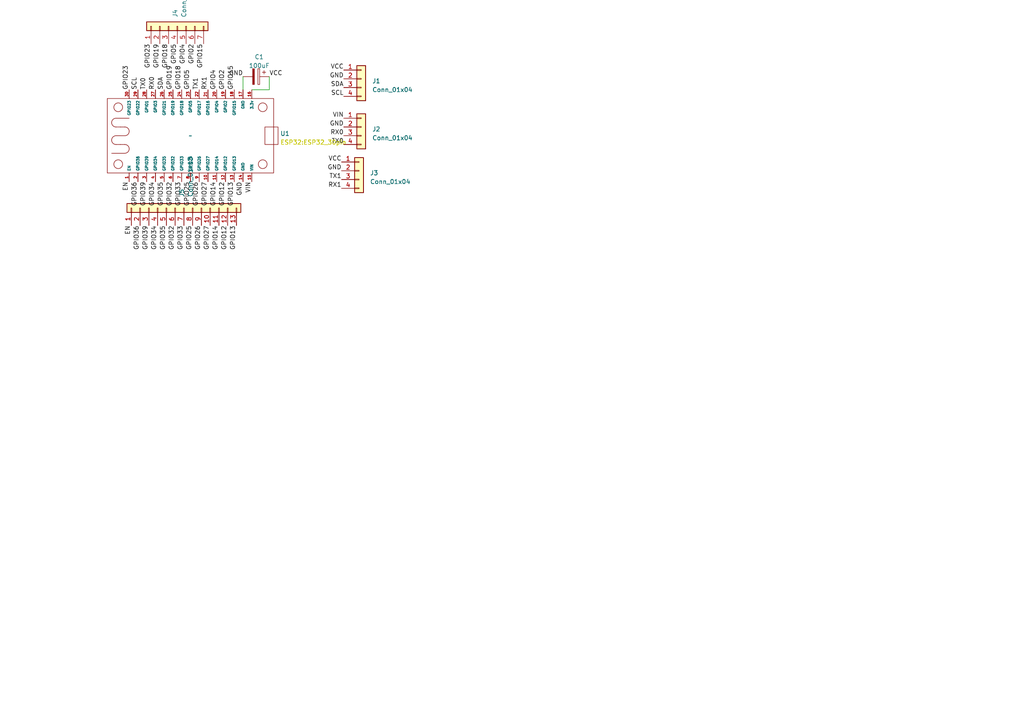
<source format=kicad_sch>
(kicad_sch (version 20230121) (generator eeschema)
  (paper "A4")
  (lib_symbols
    (symbol "Connector_Generic:Conn_01x04" (pin_names (offset 1.016) hide)
      (property "Reference" "J" (at 0 5.08 0))
      (property "Value" "Conn_01x04" (at 0 -7.62 0))
      (symbol "Conn_01x04_1_1"
        (rectangle (start -1.27 -4.953) (end 0 -5.207) (stroke (width 0.1524)))
        (rectangle (start -1.27 -2.413) (end 0 -2.667) (stroke (width 0.1524)))
        (rectangle (start -1.27 0.127) (end 0 -0.127) (stroke (width 0.1524)))
        (rectangle (start -1.27 2.667) (end 0 2.413) (stroke (width 0.1524)))
        (rectangle (start -1.27 3.81) (end 1.27 -6.35) (stroke (width 0.254)) (fill (type background)))
        (pin passive line (at -5.08 2.54 0) (length 3.81) (name "Pin_1") (number "1"))
        (pin passive line (at -5.08 0 0) (length 3.81) (name "Pin_2") (number "2"))
        (pin passive line (at -5.08 -2.54 0) (length 3.81) (name "Pin_3") (number "3"))
        (pin passive line (at -5.08 -5.08 0) (length 3.81) (name "Pin_4") (number "4"))
      )
    )
    (symbol "Connector_Generic:Conn_01x07" (pin_names (offset 1.016) hide)
      (property "Reference" "J" (at 0 10.16 0))
      (property "Value" "Conn_01x07" (at 0 -10.16 0))
      (symbol "Conn_01x07_1_1"
        (rectangle (start -1.27 -7.493) (end 0 -7.747) (stroke (width 0.1524)))
        (rectangle (start -1.27 -4.953) (end 0 -5.207) (stroke (width 0.1524)))
        (rectangle (start -1.27 -2.413) (end 0 -2.667) (stroke (width 0.1524)))
        (rectangle (start -1.27 0.127) (end 0 -0.127) (stroke (width 0.1524)))
        (rectangle (start -1.27 2.667) (end 0 2.413) (stroke (width 0.1524)))
        (rectangle (start -1.27 5.207) (end 0 4.953) (stroke (width 0.1524)))
        (rectangle (start -1.27 7.747) (end 0 7.493) (stroke (width 0.1524)))
        (rectangle (start -1.27 8.89) (end 1.27 -8.89) (stroke (width 0.254)) (fill (type background)))
        (pin passive line (at -5.08 7.62 0) (length 3.81) (name "Pin_1") (number "1"))
        (pin passive line (at -5.08 5.08 0) (length 3.81) (name "Pin_2") (number "2"))
        (pin passive line (at -5.08 2.54 0) (length 3.81) (name "Pin_3") (number "3"))
        (pin passive line (at -5.08 0 0) (length 3.81) (name "Pin_4") (number "4"))
        (pin passive line (at -5.08 -2.54 0) (length 3.81) (name "Pin_5") (number "5"))
        (pin passive line (at -5.08 -5.08 0) (length 3.81) (name "Pin_6") (number "6"))
        (pin passive line (at -5.08 -7.62 0) (length 3.81) (name "Pin_7") (number "7"))
      )
    )
    (symbol "Connector_Generic:Conn_01x13" (pin_names (offset 1.016) hide)
      (property "Reference" "J" (at 0 17.78 0))
      (property "Value" "Conn_01x13" (at 0 -17.78 0))
      (symbol "Conn_01x13_1_1"
        (rectangle (start -1.27 -15.113) (end 0 -15.367) (stroke (width 0.1524)))
        (rectangle (start -1.27 -12.573) (end 0 -12.827) (stroke (width 0.1524)))
        (rectangle (start -1.27 -10.033) (end 0 -10.287) (stroke (width 0.1524)))
        (rectangle (start -1.27 -7.493) (end 0 -7.747) (stroke (width 0.1524)))
        (rectangle (start -1.27 -4.953) (end 0 -5.207) (stroke (width 0.1524)))
        (rectangle (start -1.27 -2.413) (end 0 -2.667) (stroke (width 0.1524)))
        (rectangle (start -1.27 0.127) (end 0 -0.127) (stroke (width 0.1524)))
        (rectangle (start -1.27 2.667) (end 0 2.413) (stroke (width 0.1524)))
        (rectangle (start -1.27 5.207) (end 0 4.953) (stroke (width 0.1524)))
        (rectangle (start -1.27 7.747) (end 0 7.493) (stroke (width 0.1524)))
        (rectangle (start -1.27 10.287) (end 0 10.033) (stroke (width 0.1524)))
        (rectangle (start -1.27 12.827) (end 0 12.573) (stroke (width 0.1524)))
        (rectangle (start -1.27 15.367) (end 0 15.113) (stroke (width 0.1524)))
        (rectangle (start -1.27 16.51) (end 1.27 -16.51) (stroke (width 0.254)) (fill (type background)))
        (pin passive line (at -5.08 15.24 0) (length 3.81) (name "Pin_1") (number "1"))
        (pin passive line (at -5.08 -7.62 0) (length 3.81) (name "Pin_10") (number "10"))
        (pin passive line (at -5.08 -10.16 0) (length 3.81) (name "Pin_11") (number "11"))
        (pin passive line (at -5.08 -12.7 0) (length 3.81) (name "Pin_12") (number "12"))
        (pin passive line (at -5.08 -15.24 0) (length 3.81) (name "Pin_13") (number "13"))
        (pin passive line (at -5.08 12.7 0) (length 3.81) (name "Pin_2") (number "2"))
        (pin passive line (at -5.08 10.16 0) (length 3.81) (name "Pin_3") (number "3"))
        (pin passive line (at -5.08 7.62 0) (length 3.81) (name "Pin_4") (number "4"))
        (pin passive line (at -5.08 5.08 0) (length 3.81) (name "Pin_5") (number "5"))
        (pin passive line (at -5.08 2.54 0) (length 3.81) (name "Pin_6") (number "6"))
        (pin passive line (at -5.08 0 0) (length 3.81) (name "Pin_7") (number "7"))
        (pin passive line (at -5.08 -2.54 0) (length 3.81) (name "Pin_8") (number "8"))
        (pin passive line (at -5.08 -5.08 0) (length 3.81) (name "Pin_9") (number "9"))
      )
    )
    (symbol "Device:C_Polarized" (pin_numbers hide) (pin_names (offset 0.254))
      (property "Reference" "C" (at 0.635 2.54 0))
      (property "Value" "C_Polarized" (at 0.635 -2.54 0))
      (symbol "C_Polarized_0_1"
        (rectangle (start -2.286 0.508) (end 2.286 1.016))
        (polyline (pts (xy -1.778 2.286) (xy -0.762 2.286)))
        (polyline (pts (xy -1.27 2.794) (xy -1.27 1.778)))
        (rectangle (start 2.286 -0.508) (end -2.286 -1.016) (fill (type outline)))
      )
      (symbol "C_Polarized_1_1"
        (pin passive line (at 0 3.81 270) (length 2.794) (name "~") (number "1"))
        (pin passive line (at 0 -3.81 90) (length 2.794) (name "~") (number "2"))
      )
    )
    (symbol "ESP32:ESP32_30Pin"
      (property "Reference" "U" (at 0 0 0))
      (property "Footprint" "ESP32_30pin" (at 0 -2.54 0))
      (symbol "ESP32_30Pin_0_1"
        (rectangle (start -24.13 10.795) (end 24.13 -10.795))
        (arc (start -22.8675 -1.2775) (mid -22.4933 -2.1733) (end -21.5975 -2.5475))
        (arc (start -22.8675 3.8025) (mid -22.4933 2.9067) (end -21.5975 2.5325))
        (arc (start -21.59 0) (mid -22.4873 -0.3727) (end -22.86 -1.27))
        (arc (start -21.59 5.08) (mid -22.4873 4.7073) (end -22.86 3.81))
        (circle (center -20.955 -8.255) (radius 1.27))
        (circle (center -20.955 8.255) (radius 1.27))
        (arc (start -19.0475 -5.0825) (mid -18.1502 -4.7098) (end -17.7775 -3.8125))
        (arc (start -19.0475 -0.0025) (mid -18.1502 0.3702) (end -17.7775 1.2675))
        (arc (start -17.77 -3.805) (mid -18.1442 -2.9092) (end -19.04 -2.535))
        (arc (start -17.77 1.275) (mid -18.1442 2.1708) (end -19.04 2.545))
        (polyline (pts (xy -21.59 -2.54) (xy -20.32 -2.54)))
        (polyline (pts (xy -21.59 0) (xy -20.32 0)))
        (polyline (pts (xy -21.59 2.54) (xy -20.32 2.54)))
        (polyline (pts (xy -21.59 5.08) (xy -20.32 5.08)))
        (polyline (pts (xy -20.32 -5.08) (xy -22.86 -5.08)))
        (polyline (pts (xy -20.32 5.08) (xy -17.78 5.08)))
        (polyline (pts (xy -19.0475 -5.0825) (xy -20.3175 -5.0825)))
        (polyline (pts (xy -19.0475 -2.5425) (xy -20.3175 -2.5425)))
        (polyline (pts (xy -19.0475 -0.0025) (xy -20.3175 -0.0025)))
        (polyline (pts (xy -19.0475 2.5375) (xy -20.3175 2.5375)))
        (circle (center 20.955 -8.255) (radius 1.27))
        (circle (center 20.955 8.255) (radius 1.27))
        (rectangle (start 21.59 2.54) (end 25.4 -2.54))
      )
      (symbol "ESP32_30Pin_1_1"
        (pin bidirectional line (at -17.78 -13.335 90) (length 2.54) (name "EN") (number "1"))
        (pin bidirectional line (at 5.08 -13.335 90) (length 2.54) (name "GPIO27") (number "10"))
        (pin bidirectional line (at 7.62 -13.335 90) (length 2.54) (name "GPIO14") (number "11"))
        (pin bidirectional line (at 10.16 -13.335 90) (length 2.54) (name "GPIO12") (number "12"))
        (pin bidirectional line (at 12.7 -13.335 90) (length 2.54) (name "GPIO13") (number "13"))
        (pin bidirectional line (at 15.24 -13.335 90) (length 2.54) (name "GND") (number "14"))
        (pin power_out line (at 17.78 -13.335 90) (length 2.54) (name "VIN") (number "15"))
        (pin output line (at 17.78 13.335 270) (length 2.54) (name "3.3v") (number "16"))
        (pin power_in line (at 15.24 13.335 270) (length 2.54) (name "GND") (number "17"))
        (pin bidirectional line (at 12.7 13.335 270) (length 2.54) (name "GPIO15") (number "18"))
        (pin bidirectional line (at 10.16 13.335 270) (length 2.54) (name "GPIO2") (number "19"))
        (pin bidirectional line (at -15.24 -13.335 90) (length 2.54) (name "GPIO36") (number "2"))
        (pin bidirectional line (at 7.62 13.335 270) (length 2.54) (name "GPIO4") (number "20"))
        (pin bidirectional line (at 5.08 13.335 270) (length 2.54) (name "GPIO16") (number "21"))
        (pin bidirectional line (at 2.54 13.335 270) (length 2.54) (name "GPIO17") (number "22"))
        (pin bidirectional line (at 0 13.335 270) (length 2.54) (name "GPIO5") (number "23"))
        (pin bidirectional line (at -2.54 13.335 270) (length 2.54) (name "GPIO18") (number "24"))
        (pin bidirectional line (at -5.08 13.335 270) (length 2.54) (name "GPIO19") (number "25"))
        (pin bidirectional line (at -7.62 13.335 270) (length 2.54) (name "GPIO21") (number "26"))
        (pin bidirectional line (at -10.16 13.335 270) (length 2.54) (name "GPIO3") (number "27"))
        (pin bidirectional line (at -12.7 13.335 270) (length 2.54) (name "GPIO1") (number "28"))
        (pin bidirectional line (at -15.24 13.335 270) (length 2.54) (name "GPIO22") (number "29"))
        (pin bidirectional line (at -12.7 -13.335 90) (length 2.54) (name "GPIO39") (number "3"))
        (pin bidirectional line (at -17.78 13.335 270) (length 2.54) (name "GPIO23") (number "30"))
        (pin bidirectional line (at -10.16 -13.335 90) (length 2.54) (name "GPIO34") (number "4"))
        (pin bidirectional line (at -7.62 -13.335 90) (length 2.54) (name "GPIO35") (number "5"))
        (pin bidirectional line (at -5.08 -13.335 90) (length 2.54) (name "GPIO32") (number "6"))
        (pin bidirectional line (at -2.54 -13.335 90) (length 2.54) (name "GPIO33") (number "7"))
        (pin bidirectional line (at 0 -13.335 90) (length 2.54) (name "GPIO25") (number "8"))
        (pin bidirectional line (at 2.54 -13.335 90) (length 2.54) (name "GPIO26") (number "9"))
      )
    )
  )
  (wire (pts (xy 73.025 26.035) (xy 78.105 26.035)))
  (wire (pts (xy 70.485 22.225) (xy 70.485 26.035)))
  (wire (pts (xy 78.105 26.035) (xy 78.105 22.225)))
  (label "GPIO18" (at 52.705 26.035 90))
  (label "GPIO33" (at 53.34 65.405 270))
  (label "EN" (at 37.465 52.705 270))
  (label "GND" (at 99.695 22.86 180))
  (label "EN" (at 38.1 65.405 270))
  (label "GPIO23" (at 43.815 12.7 270))
  (label "RX0" (at 99.695 39.37 180))
  (label "GPIO25" (at 55.245 52.705 270))
  (label "GPIO32" (at 50.8 65.405 270))
  (label "VIN" (at 73.025 52.705 270))
  (label "GPIO25" (at 55.88 65.405 270))
  (label "TX1" (at 99.06 52.07 180))
  (label "GPIO15" (at 59.055 12.7 270))
  (label "GPIO27" (at 60.325 52.705 270))
  (label "SCL" (at 40.005 26.035 90))
  (label "GPIO5" (at 51.435 12.7 270))
  (label "GPIO32" (at 50.165 52.705 270))
  (label "GPIO26" (at 58.42 65.405 270))
  (label "SDA" (at 99.695 25.4 180))
  (label "SCL" (at 99.695 27.94 180))
  (label "SDA" (at 47.625 26.035 90))
  (label "GPIO14" (at 62.865 52.705 270))
  (label "RX0" (at 45.085 26.035 90))
  (label "GPIO13" (at 68.58 65.405 270))
  (label "RX1" (at 99.06 54.61 180))
  (label "GPIO14" (at 63.5 65.405 270))
  (label "VCC" (at 78.105 22.225 0))
  (label "GPIO27" (at 60.96 65.405 270))
  (label "RX1" (at 60.325 26.035 90))
  (label "GPIO34" (at 45.085 52.705 270))
  (label "GPIO19" (at 46.355 12.7 270))
  (label "GPIO19" (at 50.165 26.035 90))
  (label "GPIO2" (at 56.515 12.7 270))
  (label "GND" (at 70.485 52.705 270))
  (label "TX0" (at 42.545 26.035 90))
  (label "TX0" (at 99.695 41.91 180))
  (label "GPIO5" (at 55.245 26.035 90))
  (label "GPIO35" (at 48.26 65.405 270))
  (label "GPIO34" (at 45.72 65.405 270))
  (label "GPIO35" (at 47.625 52.705 270))
  (label "GPIO15" (at 67.945 26.035 90))
  (label "VCC" (at 99.695 20.32 180))
  (label "GPIO26" (at 57.785 52.705 270))
  (label "GPIO36" (at 40.005 52.705 270))
  (label "GPIO33" (at 52.705 52.705 270))
  (label "GPIO12" (at 66.04 65.405 270))
  (label "GPIO4" (at 53.975 12.7 270))
  (label "GPIO13" (at 67.945 52.705 270))
  (label "TX1" (at 57.785 26.035 90))
  (label "GND" (at 99.695 36.83 180))
  (label "GPIO4" (at 62.865 26.035 90))
  (label "GPIO12" (at 65.405 52.705 270))
  (label "GPIO18" (at 48.895 12.7 270))
  (label "GPIO39" (at 42.545 52.705 270))
  (label "GND" (at 70.485 22.225 180))
  (label "GND" (at 99.06 49.53 180))
  (label "VIN" (at 99.695 34.29 180))
  (label "GPIO2" (at 65.405 26.035 90))
  (label "GPIO39" (at 43.18 65.405 270))
  (label "GPIO23" (at 37.465 26.035 90))
  (label "VCC" (at 99.06 46.99 180))
  (label "GPIO36" (at 40.64 65.405 270))
  (symbol (lib_id "ESP32:ESP32_30Pin") (at 55.245 39.37 0) (unit 1)
    (property "Reference" "U1" (at 81.28 38.735 0) (effects (justify left)))
    (property "Value" "~" (at 55.245 39.37 0))
    (property "Footprint" "ESP32:ESP32_30pin" (at 81.28 41.275 0) (effects (justify left)))
  )
  (symbol (lib_id "Connector_Generic:Conn_01x07") (at 51.435 7.62 90) (unit 1)
    (property "Reference" "J4" (at 50.8 5.08 0) (effects (justify left)))
    (property "Value" "Conn_01x07" (at 53.34 5.08 0) (effects (justify left)))
    (property "Footprint" "Connector_PinHeader_2.54mm:PinHeader_1x07_P2.54mm_Vertical" (effects hide))
  )
  (symbol (lib_id "Device:C_Polarized") (at 74.295 22.225 270) (unit 1)
    (property "Reference" "C1" (at 75.184 16.51 90))
    (property "Value" "100uF" (at 75.184 19.05 90))
    (property "Footprint" "Capacitor_THT:C_Radial_D4.0mm_H5.0mm_P1.50mm" (effects hide))
  )
  (symbol (lib_id "Connector_Generic:Conn_01x13") (at 53.34 60.325 90) (unit 1)
    (property "Reference" "J5" (at 52.705 57.15 0) (effects (justify left)))
    (property "Value" "Conn_01x13" (at 55.245 57.15 0) (effects (justify left)))
    (property "Footprint" "Connector_PinHeader_2.54mm:PinHeader_1x13_P2.54mm_Vertical" (effects hide))
  )
  (symbol (lib_id "Connector_Generic:Conn_01x04") (at 104.775 36.83 0) (unit 1)
    (property "Reference" "J2" (at 107.95 37.465 0) (effects (justify left)))
    (property "Value" "Conn_01x04" (at 107.95 40.005 0) (effects (justify left)))
    (property "Footprint" "Connector_PinSocket_2.54mm:PinSocket_1x04_P2.54mm_Horizontal" (effects hide))
  )
  (symbol (lib_id "Connector_Generic:Conn_01x04") (at 104.775 22.86 0) (unit 1)
    (property "Reference" "J1" (at 107.95 23.495 0) (effects (justify left)))
    (property "Value" "Conn_01x04" (at 107.95 26.035 0) (effects (justify left)))
    (property "Footprint" "Connector_PinHeader_2.54mm:PinHeader_1x04_P2.54mm_Vertical" (effects hide))
  )
  (symbol (lib_id "Connector_Generic:Conn_01x04") (at 104.14 49.53 0) (unit 1)
    (property "Reference" "J3" (at 107.315 50.165 0) (effects (justify left)))
    (property "Value" "Conn_01x04" (at 107.315 52.705 0) (effects (justify left)))
    (property "Footprint" "Connector_PinHeader_2.54mm:PinHeader_1x04_P2.54mm_Horizontal" (effects hide))
  )
)
</source>
